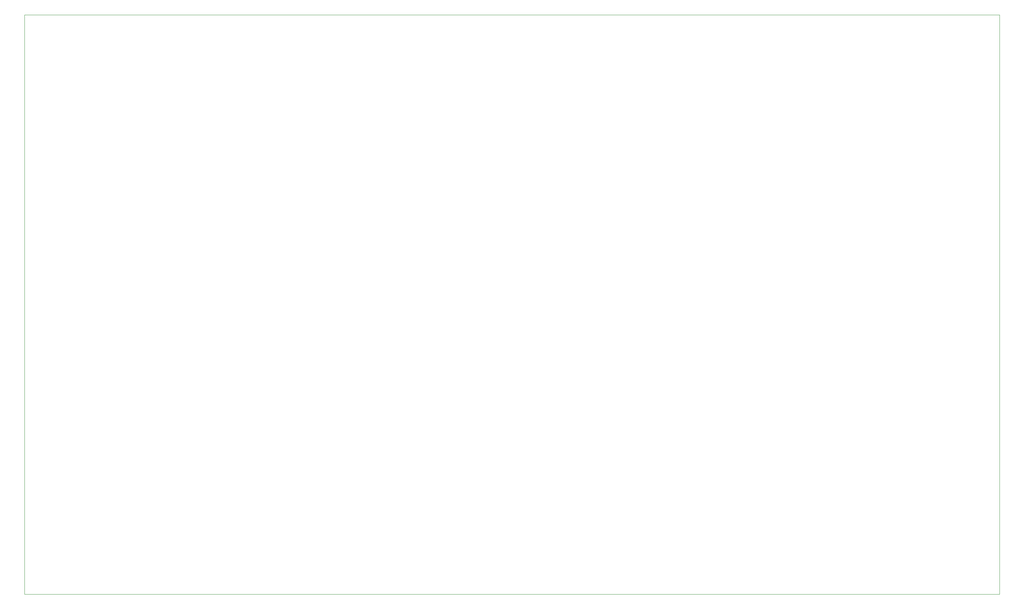
<source format=gbr>
%TF.GenerationSoftware,KiCad,Pcbnew,7.0.6-7.0.6~ubuntu22.04.1*%
%TF.CreationDate,2023-07-20T21:28:58+02:00*%
%TF.ProjectId,sbc,7362632e-6b69-4636-9164-5f7063625858,rev?*%
%TF.SameCoordinates,Original*%
%TF.FileFunction,Profile,NP*%
%FSLAX46Y46*%
G04 Gerber Fmt 4.6, Leading zero omitted, Abs format (unit mm)*
G04 Created by KiCad (PCBNEW 7.0.6-7.0.6~ubuntu22.04.1) date 2023-07-20 21:28:58*
%MOMM*%
%LPD*%
G01*
G04 APERTURE LIST*
%TA.AperFunction,Profile*%
%ADD10C,0.100000*%
%TD*%
G04 APERTURE END LIST*
D10*
X63500000Y-63373000D02*
X302895000Y-63373000D01*
X302895000Y-205740000D01*
X63500000Y-205740000D01*
X63500000Y-63373000D01*
M02*

</source>
